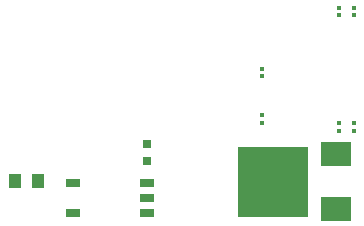
<source format=gbr>
%TF.GenerationSoftware,KiCad,Pcbnew,7.0.1*%
%TF.CreationDate,2023-09-17T16:52:06+09:00*%
%TF.ProjectId,Mix necessary function,4d697820-6e65-4636-9573-736172792066,rev?*%
%TF.SameCoordinates,Original*%
%TF.FileFunction,Paste,Top*%
%TF.FilePolarity,Positive*%
%FSLAX46Y46*%
G04 Gerber Fmt 4.6, Leading zero omitted, Abs format (unit mm)*
G04 Created by KiCad (PCBNEW 7.0.1) date 2023-09-17 16:52:06*
%MOMM*%
%LPD*%
G01*
G04 APERTURE LIST*
%ADD10R,2.500000X2.000000*%
%ADD11R,6.000000X6.000000*%
%ADD12R,0.400000X0.350000*%
%ADD13R,0.800000X0.700000*%
%ADD14R,1.200000X0.800000*%
%ADD15R,1.000000X1.200000*%
G04 APERTURE END LIST*
D10*
%TO.C,U$17*%
X157331100Y-109784600D03*
X157331100Y-114384600D03*
D11*
X151981100Y-112084600D03*
%TD*%
D12*
%TO.C,C4*%
X151069100Y-107132600D03*
X151069100Y-106482600D03*
%TD*%
%TO.C,C5*%
X157588100Y-107770600D03*
X157588100Y-107120600D03*
%TD*%
%TO.C,C1*%
X151069100Y-103171600D03*
X151069100Y-102521600D03*
%TD*%
%TO.C,C2*%
X157588100Y-98002600D03*
X157588100Y-97352600D03*
%TD*%
%TO.C,C3*%
X158779100Y-98002600D03*
X158779100Y-97352600D03*
%TD*%
%TO.C,C6*%
X158779100Y-107770600D03*
X158779100Y-107120600D03*
%TD*%
D13*
%TO.C,C7*%
X141255100Y-108938600D03*
X141255100Y-110338600D03*
%TD*%
D14*
%TO.C,TLP1*%
X141301100Y-114781600D03*
X141301100Y-112241600D03*
X141301100Y-113511600D03*
X135001100Y-114781600D03*
X135001100Y-112241600D03*
%TD*%
D15*
%TO.C,R1*%
X132081100Y-112032600D03*
X130081100Y-112032600D03*
%TD*%
M02*

</source>
